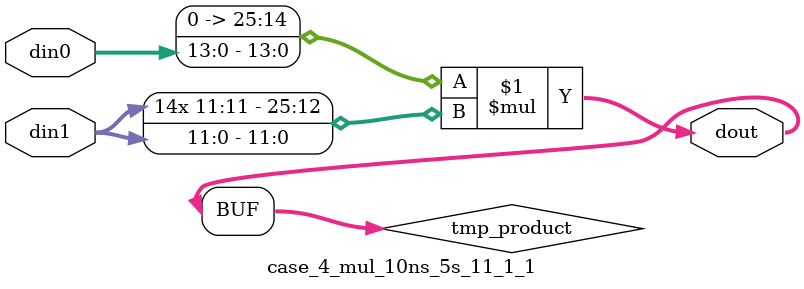
<source format=v>

`timescale 1 ns / 1 ps

 (* use_dsp = "no" *)  module case_4_mul_10ns_5s_11_1_1(din0, din1, dout);
parameter ID = 1;
parameter NUM_STAGE = 0;
parameter din0_WIDTH = 14;
parameter din1_WIDTH = 12;
parameter dout_WIDTH = 26;

input [din0_WIDTH - 1 : 0] din0; 
input [din1_WIDTH - 1 : 0] din1; 
output [dout_WIDTH - 1 : 0] dout;

wire signed [dout_WIDTH - 1 : 0] tmp_product;

























assign tmp_product = $signed({1'b0, din0}) * $signed(din1);










assign dout = tmp_product;





















endmodule

</source>
